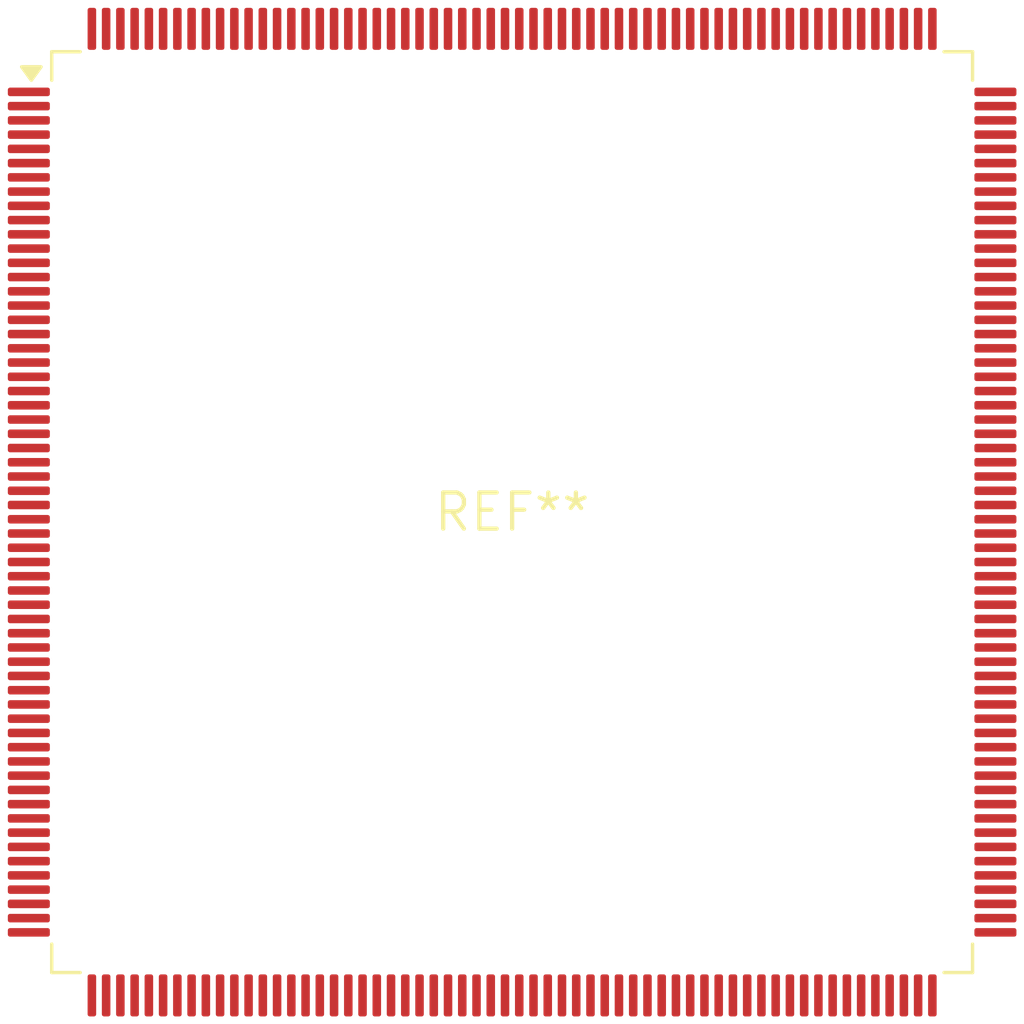
<source format=kicad_pcb>
(kicad_pcb (version 20240108) (generator pcbnew)
  (layers (0 "F.Cu" signal) (31 "B.Cu" signal) (34 "B.Paste" user) (35 "F.Paste" user) (36 "B.SilkS" user "B.Silkscreen") (37 "F.SilkS" user "F.Silkscreen") (38 "B.Mask" user) (39 "F.Mask" user) (44 "Edge.Cuts" user))
  (net 0 "")
  (footprint "PQFP-240_32.1x32.1mm_P0.5mm" (layer "F.Cu") (at 0 0)
    (property "Reference" "REF**")
    (property "Value" "PQFP-240_32.1x32.1mm_P0.5mm")
    (fp_line (start -16.16 -16.16) (end -16.16 -15.16) (layer "F.SilkS") (stroke (width 0.12)))
    (fp_line (start -16.16 16.16) (end -16.16 15.16) (layer "F.SilkS") (stroke (width 0.12)))
    (fp_line (start -15.16 -16.16) (end -16.16 -16.16) (layer "F.SilkS") (stroke (width 0.12)))
    (fp_line (start -15.16 16.16) (end -16.16 16.16) (layer "F.SilkS") (stroke (width 0.12)))
    (fp_line (start 15.16 -16.16) (end 16.16 -16.16) (layer "F.SilkS") (stroke (width 0.12)))
    (fp_line (start 15.16 16.16) (end 16.16 16.16) (layer "F.SilkS") (stroke (width 0.12)))
    (fp_line (start 16.16 -16.16) (end 16.16 -15.16) (layer "F.SilkS") (stroke (width 0.12)))
    (fp_line (start 16.16 16.16) (end 16.16 15.16) (layer "F.SilkS") (stroke (width 0.12)))
    (fp_poly (pts (xy -16.875 -15.16) (xy -17.215 -15.63) (xy -16.535 -15.63) (xy -16.875 -15.16)) (layer "F.SilkS") (stroke (width 0.12)) (fill solid))
    (pad "1" smd roundrect (at -16.9625 -14.75) (size 1.475 0.3) (layers "F.Cu" "F.Paste" "F.Mask"))
    (pad "2" smd roundrect (at -16.9625 -14.25) (size 1.475 0.3) (layers "F.Cu" "F.Paste" "F.Mask"))
    (pad "3" smd roundrect (at -16.9625 -13.75) (size 1.475 0.3) (layers "F.Cu" "F.Paste" "F.Mask"))
    (pad "4" smd roundrect (at -16.9625 -13.25) (size 1.475 0.3) (layers "F.Cu" "F.Paste" "F.Mask"))
    (pad "5" smd roundrect (at -16.9625 -12.75) (size 1.475 0.3) (layers "F.Cu" "F.Paste" "F.Mask"))
    (pad "6" smd roundrect (at -16.9625 -12.25) (size 1.475 0.3) (layers "F.Cu" "F.Paste" "F.Mask"))
    (pad "7" smd roundrect (at -16.9625 -11.75) (size 1.475 0.3) (layers "F.Cu" "F.Paste" "F.Mask"))
    (pad "8" smd roundrect (at -16.9625 -11.25) (size 1.475 0.3) (layers "F.Cu" "F.Paste" "F.Mask"))
    (pad "9" smd roundrect (at -16.9625 -10.75) (size 1.475 0.3) (layers "F.Cu" "F.Paste" "F.Mask"))
    (pad "10" smd roundrect (at -16.9625 -10.25) (size 1.475 0.3) (layers "F.Cu" "F.Paste" "F.Mask"))
    (pad "11" smd roundrect (at -16.9625 -9.75) (size 1.475 0.3) (layers "F.Cu" "F.Paste" "F.Mask"))
    (pad "12" smd roundrect (at -16.9625 -9.25) (size 1.475 0.3) (layers "F.Cu" "F.Paste" "F.Mask"))
    (pad "13" smd roundrect (at -16.9625 -8.75) (size 1.475 0.3) (layers "F.Cu" "F.Paste" "F.Mask"))
    (pad "14" smd roundrect (at -16.9625 -8.25) (size 1.475 0.3) (layers "F.Cu" "F.Paste" "F.Mask"))
    (pad "15" smd roundrect (at -16.9625 -7.75) (size 1.475 0.3) (layers "F.Cu" "F.Paste" "F.Mask"))
    (pad "16" smd roundrect (at -16.9625 -7.25) (size 1.475 0.3) (layers "F.Cu" "F.Paste" "F.Mask"))
    (pad "17" smd roundrect (at -16.9625 -6.75) (size 1.475 0.3) (layers "F.Cu" "F.Paste" "F.Mask"))
    (pad "18" smd roundrect (at -16.9625 -6.25) (size 1.475 0.3) (layers "F.Cu" "F.Paste" "F.Mask"))
    (pad "19" smd roundrect (at -16.9625 -5.75) (size 1.475 0.3) (layers "F.Cu" "F.Paste" "F.Mask"))
    (pad "20" smd roundrect (at -16.9625 -5.25) (size 1.475 0.3) (layers "F.Cu" "F.Paste" "F.Mask"))
    (pad "21" smd roundrect (at -16.9625 -4.75) (size 1.475 0.3) (layers "F.Cu" "F.Paste" "F.Mask"))
    (pad "22" smd roundrect (at -16.9625 -4.25) (size 1.475 0.3) (layers "F.Cu" "F.Paste" "F.Mask"))
    (pad "23" smd roundrect (at -16.9625 -3.75) (size 1.475 0.3) (layers "F.Cu" "F.Paste" "F.Mask"))
    (pad "24" smd roundrect (at -16.9625 -3.25) (size 1.475 0.3) (layers "F.Cu" "F.Paste" "F.Mask"))
    (pad "25" smd roundrect (at -16.9625 -2.75) (size 1.475 0.3) (layers "F.Cu" "F.Paste" "F.Mask"))
    (pad "26" smd roundrect (at -16.9625 -2.25) (size 1.475 0.3) (layers "F.Cu" "F.Paste" "F.Mask"))
    (pad "27" smd roundrect (at -16.9625 -1.75) (size 1.475 0.3) (layers "F.Cu" "F.Paste" "F.Mask"))
    (pad "28" smd roundrect (at -16.9625 -1.25) (size 1.475 0.3) (layers "F.Cu" "F.Paste" "F.Mask"))
    (pad "29" smd roundrect (at -16.9625 -0.75) (size 1.475 0.3) (layers "F.Cu" "F.Paste" "F.Mask"))
    (pad "30" smd roundrect (at -16.9625 -0.25) (size 1.475 0.3) (layers "F.Cu" "F.Paste" "F.Mask"))
    (pad "31" smd roundrect (at -16.9625 0.25) (size 1.475 0.3) (layers "F.Cu" "F.Paste" "F.Mask"))
    (pad "32" smd roundrect (at -16.9625 0.75) (size 1.475 0.3) (layers "F.Cu" "F.Paste" "F.Mask"))
    (pad "33" smd roundrect (at -16.9625 1.25) (size 1.475 0.3) (layers "F.Cu" "F.Paste" "F.Mask"))
    (pad "34" smd roundrect (at -16.9625 1.75) (size 1.475 0.3) (layers "F.Cu" "F.Paste" "F.Mask"))
    (pad "35" smd roundrect (at -16.9625 2.25) (size 1.475 0.3) (layers "F.Cu" "F.Paste" "F.Mask"))
    (pad "36" smd roundrect (at -16.9625 2.75) (size 1.475 0.3) (layers "F.Cu" "F.Paste" "F.Mask"))
    (pad "37" smd roundrect (at -16.9625 3.25) (size 1.475 0.3) (layers "F.Cu" "F.Paste" "F.Mask"))
    (pad "38" smd roundrect (at -16.9625 3.75) (size 1.475 0.3) (layers "F.Cu" "F.Paste" "F.Mask"))
    (pad "39" smd roundrect (at -16.9625 4.25) (size 1.475 0.3) (layers "F.Cu" "F.Paste" "F.Mask"))
    (pad "40" smd roundrect (at -16.9625 4.75) (size 1.475 0.3) (layers "F.Cu" "F.Paste" "F.Mask"))
    (pad "41" smd roundrect (at -16.9625 5.25) (size 1.475 0.3) (layers "F.Cu" "F.Paste" "F.Mask"))
    (pad "42" smd roundrect (at -16.9625 5.75) (size 1.475 0.3) (layers "F.Cu" "F.Paste" "F.Mask"))
    (pad "43" smd roundrect (at -16.9625 6.25) (size 1.475 0.3) (layers "F.Cu" "F.Paste" "F.Mask"))
    (pad "44" smd roundrect (at -16.9625 6.75) (size 1.475 0.3) (layers "F.Cu" "F.Paste" "F.Mask"))
    (pad "45" smd roundrect (at -16.9625 7.25) (size 1.475 0.3) (layers "F.Cu" "F.Paste" "F.Mask"))
    (pad "46" smd roundrect (at -16.9625 7.75) (size 1.475 0.3) (layers "F.Cu" "F.Paste" "F.Mask"))
    (pad "47" smd roundrect (at -16.9625 8.25) (size 1.475 0.3) (layers "F.Cu" "F.Paste" "F.Mask"))
    (pad "48" smd roundrect (at -16.9625 8.75) (size 1.475 0.3) (layers "F.Cu" "F.Paste" "F.Mask"))
    (pad "49" smd roundrect (at -16.9625 9.25) (size 1.475 0.3) (layers "F.Cu" "F.Paste" "F.Mask"))
    (pad "50" smd roundrect (at -16.9625 9.75) (size 1.475 0.3) (layers "F.Cu" "F.Paste" "F.Mask"))
    (pad "51" smd roundrect (at -16.9625 10.25) (size 1.475 0.3) (layers "F.Cu" "F.Paste" "F.Mask"))
    (pad "52" smd roundrect (at -16.9625 10.75) (size 1.475 0.3) (layers "F.Cu" "F.Paste" "F.Mask"))
    (pad "53" smd roundrect (at -16.9625 11.25) (size 1.475 0.3) (layers "F.Cu" "F.Paste" "F.Mask"))
    (pad "54" smd roundrect (at -16.9625 11.75) (size 1.475 0.3) (layers "F.Cu" "F.Paste" "F.Mask"))
    (pad "55" smd roundrect (at -16.9625 12.25) (size 1.475 0.3) (layers "F.Cu" "F.Paste" "F.Mask"))
    (pad "56" smd roundrect (at -16.9625 12.75) (size 1.475 0.3) (layers "F.Cu" "F.Paste" "F.Mask"))
    (pad "57" smd roundrect (at -16.9625 13.25) (size 1.475 0.3) (layers "F.Cu" "F.Paste" "F.Mask"))
    (pad "58" smd roundrect (at -16.9625 13.75) (size 1.475 0.3) (layers "F.Cu" "F.Paste" "F.Mask"))
    (pad "59" smd roundrect (at -16.9625 14.25) (size 1.475 0.3) (layers "F.Cu" "F.Paste" "F.Mask"))
    (pad "60" smd roundrect (at -16.9625 14.75) (size 1.475 0.3) (layers "F.Cu" "F.Paste" "F.Mask"))
    (pad "61" smd roundrect (at -14.75 16.9625) (size 0.3 1.475) (layers "F.Cu" "F.Paste" "F.Mask"))
    (pad "62" smd roundrect (at -14.25 16.9625) (size 0.3 1.475) (layers "F.Cu" "F.Paste" "F.Mask"))
    (pad "63" smd roundrect (at -13.75 16.9625) (size 0.3 1.475) (layers "F.Cu" "F.Paste" "F.Mask"))
    (pad "64" smd roundrect (at -13.25 16.9625) (size 0.3 1.475) (layers "F.Cu" "F.Paste" "F.Mask"))
    (pad "65" smd roundrect (at -12.75 16.9625) (size 0.3 1.475) (layers "F.Cu" "F.Paste" "F.Mask"))
    (pad "66" smd roundrect (at -12.25 16.9625) (size 0.3 1.475) (layers "F.Cu" "F.Paste" "F.Mask"))
    (pad "67" smd roundrect (at -11.75 16.9625) (size 0.3 1.475) (layers "F.Cu" "F.Paste" "F.Mask"))
    (pad "68" smd roundrect (at -11.25 16.9625) (size 0.3 1.475) (layers "F.Cu" "F.Paste" "F.Mask"))
    (pad "69" smd roundrect (at -10.75 16.9625) (size 0.3 1.475) (layers "F.Cu" "F.Paste" "F.Mask"))
    (pad "70" smd roundrect (at -10.25 16.9625) (size 0.3 1.475) (layers "F.Cu" "F.Paste" "F.Mask"))
    (pad "71" smd roundrect (at -9.75 16.9625) (size 0.3 1.475) (layers "F.Cu" "F.Paste" "F.Mask"))
    (pad "72" smd roundrect (at -9.25 16.9625) (size 0.3 1.475) (layers "F.Cu" "F.Paste" "F.Mask"))
    (pad "73" smd roundrect (at -8.75 16.9625) (size 0.3 1.475) (layers "F.Cu" "F.Paste" "F.Mask"))
    (pad "74" smd roundrect (at -8.25 16.9625) (size 0.3 1.475) (layers "F.Cu" "F.Paste" "F.Mask"))
    (pad "75" smd roundrect (at -7.75 16.9625) (size 0.3 1.475) (layers "F.Cu" "F.Paste" "F.Mask"))
    (pad "76" smd roundrect (at -7.25 16.9625) (size 0.3 1.475) (layers "F.Cu" "F.Paste" "F.Mask"))
    (pad "77" smd roundrect (at -6.75 16.9625) (size 0.3 1.475) (layers "F.Cu" "F.Paste" "F.Mask"))
    (pad "78" smd roundrect (at -6.25 16.9625) (size 0.3 1.475) (layers "F.Cu" "F.Paste" "F.Mask"))
    (pad "79" smd roundrect (at -5.75 16.9625) (size 0.3 1.475) (layers "F.Cu" "F.Paste" "F.Mask"))
    (pad "80" smd roundrect (at -5.25 16.9625) (size 0.3 1.475) (layers "F.Cu" "F.Paste" "F.Mask"))
    (pad "81" smd roundrect (at -4.75 16.9625) (size 0.3 1.475) (layers "F.Cu" "F.Paste" "F.Mask"))
    (pad "82" smd roundrect (at -4.25 16.9625) (size 0.3 1.475) (layers "F.Cu" "F.Paste" "F.Mask"))
    (pad "83" smd roundrect (at -3.75 16.9625) (size 0.3 1.475) (layers "F.Cu" "F.Paste" "F.Mask"))
    (pad "84" smd roundrect (at -3.25 16.9625) (size 0.3 1.475) (layers "F.Cu" "F.Paste" "F.Mask"))
    (pad "85" smd roundrect (at -2.75 16.9625) (size 0.3 1.475) (layers "F.Cu" "F.Paste" "F.Mask"))
    (pad "86" smd roundrect (at -2.25 16.9625) (size 0.3 1.475) (layers "F.Cu" "F.Paste" "F.Mask"))
    (pad "87" smd roundrect (at -1.75 16.9625) (size 0.3 1.475) (layers "F.Cu" "F.Paste" "F.Mask"))
    (pad "88" smd roundrect (at -1.25 16.9625) (size 0.3 1.475) (layers "F.Cu" "F.Paste" "F.Mask"))
    (pad "89" smd roundrect (at -0.75 16.9625) (size 0.3 1.475) (layers "F.Cu" "F.Paste" "F.Mask"))
    (pad "90" smd roundrect (at -0.25 16.9625) (size 0.3 1.475) (layers "F.Cu" "F.Paste" "F.Mask"))
    (pad "91" smd roundrect (at 0.25 16.9625) (size 0.3 1.475) (layers "F.Cu" "F.Paste" "F.Mask"))
    (pad "92" smd roundrect (at 0.75 16.9625) (size 0.3 1.475) (layers "F.Cu" "F.Paste" "F.Mask"))
    (pad "93" smd roundrect (at 1.25 16.9625) (size 0.3 1.475) (layers "F.Cu" "F.Paste" "F.Mask"))
    (pad "94" smd roundrect (at 1.75 16.9625) (size 0.3 1.475) (layers "F.Cu" "F.Paste" "F.Mask"))
    (pad "95" smd roundrect (at 2.25 16.9625) (size 0.3 1.475) (layers "F.Cu" "F.Paste" "F.Mask"))
    (pad "96" smd roundrect (at 2.75 16.9625) (size 0.3 1.475) (layers "F.Cu" "F.Paste" "F.Mask"))
    (pad "97" smd roundrect (at 3.25 16.9625) (size 0.3 1.475) (layers "F.Cu" "F.Paste" "F.Mask"))
    (pad "98" smd roundrect (at 3.75 16.9625) (size 0.3 1.475) (layers "F.Cu" "F.Paste" "F.Mask"))
    (pad "99" smd roundrect (at 4.25 16.9625) (size 0.3 1.475) (layers "F.Cu" "F.Paste" "F.Mask"))
    (pad "100" smd roundrect (at 4.75 16.9625) (size 0.3 1.475) (layers "F.Cu" "F.Paste" "F.Mask"))
    (pad "101" smd roundrect (at 5.25 16.9625) (size 0.3 1.475) (layers "F.Cu" "F.Paste" "F.Mask"))
    (pad "102" smd roundrect (at 5.75 16.9625) (size 0.3 1.475) (layers "F.Cu" "F.Paste" "F.Mask"))
    (pad "103" smd roundrect (at 6.25 16.9625) (size 0.3 1.475) (layers "F.Cu" "F.Paste" "F.Mask"))
    (pad "104" smd roundrect (at 6.75 16.9625) (size 0.3 1.475) (layers "F.Cu" "F.Paste" "F.Mask"))
    (pad "105" smd roundrect (at 7.25 16.9625) (size 0.3 1.475) (layers "F.Cu" "F.Paste" "F.Mask"))
    (pad "106" smd roundrect (at 7.75 16.9625) (size 0.3 1.475) (layers "F.Cu" "F.Paste" "F.Mask"))
    (pad "107" smd roundrect (at 8.25 16.9625) (size 0.3 1.475) (layers "F.Cu" "F.Paste" "F.Mask"))
    (pad "108" smd roundrect (at 8.75 16.9625) (size 0.3 1.475) (layers "F.Cu" "F.Paste" "F.Mask"))
    (pad "109" smd roundrect (at 9.25 16.9625) (size 0.3 1.475) (layers "F.Cu" "F.Paste" "F.Mask"))
    (pad "110" smd roundrect (at 9.75 16.9625) (size 0.3 1.475) (layers "F.Cu" "F.Paste" "F.Mask"))
    (pad "111" smd roundrect (at 10.25 16.9625) (size 0.3 1.475) (layers "F.Cu" "F.Paste" "F.Mask"))
    (pad "112" smd roundrect (at 10.75 16.9625) (size 0.3 1.475) (layers "F.Cu" "F.Paste" "F.Mask"))
    (pad "113" smd roundrect (at 11.25 16.9625) (size 0.3 1.475) (layers "F.Cu" "F.Paste" "F.Mask"))
    (pad "114" smd roundrect (at 11.75 16.9625) (size 0.3 1.475) (layers "F.Cu" "F.Paste" "F.Mask"))
    (pad "115" smd roundrect (at 12.25 16.9625) (size 0.3 1.475) (layers "F.Cu" "F.Paste" "F.Mask"))
    (pad "116" smd roundrect (at 12.75 16.9625) (size 0.3 1.475) (layers "F.Cu" "F.Paste" "F.Mask"))
    (pad "117" smd roundrect (at 13.25 16.9625) (size 0.3 1.475) (layers "F.Cu" "F.Paste" "F.Mask"))
    (pad "118" smd roundrect (at 13.75 16.9625) (size 0.3 1.475) (layers "F.Cu" "F.Paste" "F.Mask"))
    (pad "119" smd roundrect (at 14.25 16.9625) (size 0.3 1.475) (layers "F.Cu" "F.Paste" "F.Mask"))
    (pad "120" smd roundrect (at 14.75 16.9625) (size 0.3 1.475) (layers "F.Cu" "F.Paste" "F.Mask"))
    (pad "121" smd roundrect (at 16.9625 14.75) (size 1.475 0.3) (layers "F.Cu" "F.Paste" "F.Mask"))
    (pad "122" smd roundrect (at 16.9625 14.25) (size 1.475 0.3) (layers "F.Cu" "F.Paste" "F.Mask"))
    (pad "123" smd roundrect (at 16.9625 13.75) (size 1.475 0.3) (layers "F.Cu" "F.Paste" "F.Mask"))
    (pad "124" smd roundrect (at 16.9625 13.25) (size 1.475 0.3) (layers "F.Cu" "F.Paste" "F.Mask"))
    (pad "125" smd roundrect (at 16.9625 12.75) (size 1.475 0.3) (layers "F.Cu" "F.Paste" "F.Mask"))
    (pad "126" smd roundrect (at 16.9625 12.25) (size 1.475 0.3) (layers "F.Cu" "F.Paste" "F.Mask"))
    (pad "127" smd roundrect (at 16.9625 11.75) (size 1.475 0.3) (layers "F.Cu" "F.Paste" "F.Mask"))
    (pad "128" smd roundrect (at 16.9625 11.25) (size 1.475 0.3) (layers "F.Cu" "F.Paste" "F.Mask"))
    (pad "129" smd roundrect (at 16.9625 10.75) (size 1.475 0.3) (layers "F.Cu" "F.Paste" "F.Mask"))
    (pad "130" smd roundrect (at 16.9625 10.25) (size 1.475 0.3) (layers "F.Cu" "F.Paste" "F.Mask"))
    (pad "131" smd roundrect (at 16.9625 9.75) (size 1.475 0.3) (layers "F.Cu" "F.Paste" "F.Mask"))
    (pad "132" smd roundrect (at 16.9625 9.25) (size 1.475 0.3) (layers "F.Cu" "F.Paste" "F.Mask"))
    (pad "133" smd roundrect (at 16.9625 8.75) (size 1.475 0.3) (layers "F.Cu" "F.Paste" "F.Mask"))
    (pad "134" smd roundrect (at 16.9625 8.25) (size 1.475 0.3) (layers "F.Cu" "F.Paste" "F.Mask"))
    (pad "135" smd roundrect (at 16.9625 7.75) (size 1.475 0.3) (layers "F.Cu" "F.Paste" "F.Mask"))
    (pad "136" smd roundrect (at 16.9625 7.25) (size 1.475 0.3) (layers "F.Cu" "F.Paste" "F.Mask"))
    (pad "137" smd roundrect (at 16.9625 6.75) (size 1.475 0.3) (layers "F.Cu" "F.Paste" "F.Mask"))
    (pad "138" smd roundrect (at 16.9625 6.25) (size 1.475 0.3) (layers "F.Cu" "F.Paste" "F.Mask"))
    (pad "139" smd roundrect (at 16.9625 5.75) (size 1.475 0.3) (layers "F.Cu" "F.Paste" "F.Mask"))
    (pad "140" smd roundrect (at 16.9625 5.25) (size 1.475 0.3) (layers "F.Cu" "F.Paste" "F.Mask"))
    (pad "141" smd roundrect (at 16.9625 4.75) (size 1.475 0.3) (layers "F.Cu" "F.Paste" "F.Mask"))
    (pad "142" smd roundrect (at 16.9625 4.25) (size 1.475 0.3) (layers "F.Cu" "F.Paste" "F.Mask"))
    (pad "143" smd roundrect (at 16.9625 3.75) (size 1.475 0.3) (layers "F.Cu" "F.Paste" "F.Mask"))
    (pad "144" smd roundrect (at 16.9625 3.25) (size 1.475 0.3) (layers "F.Cu" "F.Paste" "F.Mask"))
    (pad "145" smd roundrect (at 16.9625 2.75) (size 1.475 0.3) (layers "F.Cu" "F.Paste" "F.Mask"))
    (pad "146" smd roundrect (at 16.9625 2.25) (size 1.475 0.3) (layers "F.Cu" "F.Paste" "F.Mask"))
    (pad "147" smd roundrect (at 16.9625 1.75) (size 1.475 0.3) (layers "F.Cu" "F.Paste" "F.Mask"))
    (pad "148" smd roundrect (at 16.9625 1.25) (size 1.475 0.3) (layers "F.Cu" "F.Paste" "F.Mask"))
    (pad "149" smd roundrect (at 16.9625 0.75) (size 1.475 0.3) (layers "F.Cu" "F.Paste" "F.Mask"))
    (pad "150" smd roundrect (at 16.9625 0.25) (size 1.475 0.3) (layers "F.Cu" "F.Paste" "F.Mask"))
    (pad "151" smd roundrect (at 16.9625 -0.25) (size 1.475 0.3) (layers "F.Cu" "F.Paste" "F.Mask"))
    (pad "152" smd roundrect (at 16.9625 -0.75) (size 1.475 0.3) (layers "F.Cu" "F.Paste" "F.Mask"))
    (pad "153" smd roundrect (at 16.9625 -1.25) (size 1.475 0.3) (layers "F.Cu" "F.Paste" "F.Mask"))
    (pad "154" smd roundrect (at 16.9625 -1.75) (size 1.475 0.3) (layers "F.Cu" "F.Paste" "F.Mask"))
    (pad "155" smd roundrect (at 16.9625 -2.25) (size 1.475 0.3) (layers "F.Cu" "F.Paste" "F.Mask"))
    (pad "156" smd roundrect (at 16.9625 -2.75) (size 1.475 0.3) (layers "F.Cu" "F.Paste" "F.Mask"))
    (pad "157" smd roundrect (at 16.9625 -3.25) (size 1.475 0.3) (layers "F.Cu" "F.Paste" "F.Mask"))
    (pad "158" smd roundrect (at 16.9625 -3.75) (size 1.475 0.3) (layers "F.Cu" "F.Paste" "F.Mask"))
    (pad "159" smd roundrect (at 16.9625 -4.25) (size 1.475 0.3) (layers "F.Cu" "F.Paste" "F.Mask"))
    (pad "160" smd roundrect (at 16.9625 -4.75) (size 1.475 0.3) (layers "F.Cu" "F.Paste" "F.Mask"))
    (pad "161" smd roundrect (at 16.9625 -5.25) (size 1.475 0.3) (layers "F.Cu" "F.Paste" "F.Mask"))
    (pad "162" smd roundrect (at 16.9625 -5.75) (size 1.475 0.3) (layers "F.Cu" "F.Paste" "F.Mask"))
    (pad "163" smd roundrect (at 16.9625 -6.25) (size 1.475 0.3) (layers "F.Cu" "F.Paste" "F.Mask"))
    (pad "164" smd roundrect (at 16.9625 -6.75) (size 1.475 0.3) (layers "F.Cu" "F.Paste" "F.Mask"))
    (pad "165" smd roundrect (at 16.9625 -7.25) (size 1.475 0.3) (layers "F.Cu" "F.Paste" "F.Mask"))
    (pad "166" smd roundrect (at 16.9625 -7.75) (size 1.475 0.3) (layers "F.Cu" "F.Paste" "F.Mask"))
    (pad "167" smd roundrect (at 16.9625 -8.25) (size 1.475 0.3) (layers "F.Cu" "F.Paste" "F.Mask"))
    (pad "168" smd roundrect (at 16.9625 -8.75) (size 1.475 0.3) (layers "F.Cu" "F.Paste" "F.Mask"))
    (pad "169" smd roundrect (at 16.9625 -9.25) (size 1.475 0.3) (layers "F.Cu" "F.Paste" "F.Mask"))
    (pad "170" smd roundrect (at 16.9625 -9.75) (size 1.475 0.3) (layers "F.Cu" "F.Paste" "F.Mask"))
    (pad "171" smd roundrect (at 16.9625 -10.25) (size 1.475 0.3) (layers "F.Cu" "F.Paste" "F.Mask"))
    (pad "172" smd roundrect (at 16.9625 -10.75) (size 1.475 0.3) (layers "F.Cu" "F.Paste" "F.Mask"))
    (pad "173" smd roundrect (at 16.9625 -11.25) (size 1.475 0.3) (layers "F.Cu" "F.Paste" "F.Mask"))
    (pad "174" smd roundrect (at 16.9625 -11.75) (size 1.475 0.3) (layers "F.Cu" "F.Paste" "F.Mask"))
    (pad "175" smd roundrect (at 16.9625 -12.25) (size 1.475 0.3) (layers "F.Cu" "F.Paste" "F.Mask"))
    (pad "176" smd roundrect (at 16.9625 -12.75) (size 1.475 0.3) (layers "F.Cu" "F.Paste" "F.Mask"))
    (pad "177" smd roundrect (at 16.9625 -13.25) (size 1.475 0.3) (layers "F.Cu" "F.Paste" "F.Mask"))
    (pad "178" smd roundrect (at 16.9625 -13.75) (size 1.475 0.3) (layers "F.Cu" "F.Paste" "F.Mask"))
    (pad "179" smd roundrect (at 16.9625 -14.25) (size 1.475 0.3) (layers "F.Cu" "F.Paste" "F.Mask"))
    (pad "180" smd roundrect (at 16.9625 -14.75) (size 1.475 0.3) (layers "F.Cu" "F.Paste" "F.Mask"))
    (pad "181" smd roundrect (at 14.75 -16.9625) (size 0.3 1.475) (layers "F.Cu" "F.Paste" "F.Mask"))
    (pad "182" smd roundrect (at 14.25 -16.9625) (size 0.3 1.475) (layers "F.Cu" "F.Paste" "F.Mask"))
    (pad "183" smd roundrect (at 13.75 -16.9625) (size 0.3 1.475) (layers "F.Cu" "F.Paste" "F.Mask"))
    (pad "184" smd roundrect (at 13.25 -16.9625) (size 0.3 1.475) (layers "F.Cu" "F.Paste" "F.Mask"))
    (pad "185" smd roundrect (at 12.75 -16.9625) (size 0.3 1.475) (layers "F.Cu" "F.Paste" "F.Mask"))
    (pad "186" smd roundrect (at 12.25 -16.9625) (size 0.3 1.475) (layers "F.Cu" "F.Paste" "F.Mask"))
    (pad "187" smd roundrect (at 11.75 -16.9625) (size 0.3 1.475) (layers "F.Cu" "F.Paste" "F.Mask"))
    (pad "188" smd roundrect (at 11.25 -16.9625) (size 0.3 1.475) (layers "F.Cu" "F.Paste" "F.Mask"))
    (pad "189" smd roundrect (at 10.75 -16.9625) (size 0.3 1.475) (layers "F.Cu" "F.Paste" "F.Mask"))
    (pad "190" smd roundrect (at 10.25 -16.9625) (size 0.3 1.475) (layers "F.Cu" "F.Paste" "F.Mask"))
    (pad "191" smd roundrect (at 9.75 -16.9625) (size 0.3 1.475) (layers "F.Cu" "F.Paste" "F.Mask"))
    (pad "192" smd roundrect (at 9.25 -16.9625) (size 0.3 1.475) (layers "F.Cu" "F.Paste" "F.Mask"))
    (pad "193" smd roundrect (at 8.75 -16.9625) (size 0.3 1.475) (layers "F.Cu" "F.Paste" "F.Mask"))
    (pad "194" smd roundrect (at 8.25 -16.9625) (size 0.3 1.475) (layers "F.Cu" "F.Paste" "F.Mask"))
    (pad "195" smd roundrect (at 7.75 -16.9625) (size 0.3 1.475) (layers "F.Cu" "F.Paste" "F.Mask"))
    (pad "196" smd roundrect (at 7.25 -16.9625) (size 0.3 1.475) (layers "F.Cu" "F.Paste" "F.Mask"))
    (pad "197" smd roundrect (at 6.75 -16.9625) (size 0.3 1.475) (layers "F.Cu" "F.Paste" "F.Mask"))
    (pad "198" smd roundrect (at 6.25 -16.9625) (size 0.3 1.475) (layers "F.Cu" "F.Paste" "F.Mask"))
    (pad "199" smd roundrect (at 5.75 -16.9625) (size 0.3 1.475) (layers "F.Cu" "F.Paste" "F.Mask"))
    (pad "200" smd roundrect (at 5.25 -16.9625) (size 0.3 1.475) (layers "F.Cu" "F.Paste" "F.Mask"))
    (pad "201" smd roundrect (at 4.75 -16.9625) (size 0.3 1.475) (layers "F.Cu" "F.Paste" "F.Mask"))
    (pad "202" smd roundrect (at 4.25 -16.9625) (size 0.3 1.475) (layers "F.Cu" "F.Paste" "F.Mask"))
    (pad "203" smd roundrect (at 3.75 -16.9625) (size 0.3 1.475) (layers "F.Cu" "F.Paste" "F.Mask"))
    (pad "204" smd roundrect (at 3.25 -16.9625) (size 0.3 1.475) (layers "F.Cu" "F.Paste" "F.Mask"))
    (pad "205" smd roundrect (at 2.75 -16.9625) (size 0.3 1.475) (layers "F.Cu" "F.Paste" "F.Mask"))
    (pad "206" smd roundrect (at 2.25 -16.9625) (size 0.3 1.475) (layers "F.Cu" "F.Paste" "F.Mask"))
    (pad "207" smd roundrect (at 1.75 -16.9625) (size 0.3 1.475) (layers "F.Cu" "F.Paste" "F.Mask"))
    (pad "208" smd roundrect (at 1.25 -16.9625) (size 0.3 1.475) (layers "F.Cu" "F.Paste" "F.Mask"))
    (pad "209" smd roundrect (at 0.75 -16.9625) (size 0.3 1.475) (layers "F.Cu" "F.Paste" "F.Mask"))
    (pad "210" smd roundrect (at 0.25 -16.9625) (size 0.3 1.475) (layers "F.Cu" "F.Paste" "F.Mask"))
    (pad "211" smd roundrect (at -0.25 -16.9625) (size 0.3 1.475) (layers "F.Cu" "F.Paste" "F.Mask"))
    (pad "212" smd roundrect (at -0.75 -16.9625) (size 0.3 1.475) (layers "F.Cu" "F.Paste" "F.Mask"))
    (pad "213" smd roundrect (at -1.25 -16.9625) (size 0.3 1.475) (layers "F.Cu" "F.Paste" "F.Mask"))
    (pad "214" smd roundrect (at -1.75 -16.9625) (size 0.3 1.475) (layers "F.Cu" "F.Paste" "F.Mask"))
    (pad "215" smd roundrect (at -2.25 -16.9625) (size 0.3 1.475) (layers "F.Cu" "F.Paste" "F.Mask"))
    (pad "216" smd roundrect (at -2.75 -16.9625) (size 0.3 1.475) (layers "F.Cu" "F.Paste" "F.Mask"))
    (pad "217" smd roundrect (at -3.25 -16.9625) (size 0.3 1.475) (layers "F.Cu" "F.Paste" "F.Mask"))
    (pad "218" smd roundrect (at -3.75 -16.9625) (size 0.3 1.475) (layers "F.Cu" "F.Paste" "F.Mask"))
    (pad "219" smd roundrect (at -4.25 -16.9625) (size 0.3 1.475) (layers "F.Cu" "F.Paste" "F.Mask"))
    (pad "220" smd roundrect (at -4.75 -16.9625) (size 0.3 1.475) (layers "F.Cu" "F.Paste" "F.Mask"))
    (pad "221" smd roundrect (at -5.25 -16.9625) (size 0.3 1.475) (layers "F.Cu" "F.Paste" "F.Mask"))
    (pad "222" smd roundrect (at -5.75 -16.9625) (size 0.3 1.475) (layers "F.Cu" "F.Paste" "F.Mask"))
    (pad "223" smd roundrect (at -6.25 -16.9625) (size 0.3 1.475) (layers "F.Cu" "F.Paste" "F.Mask"))
    (pad "224" smd roundrect (at -6.75 -16.9625) (size 0.3 1.475) (layers "F.Cu" "F.Paste" "F.Mask"))
    (pad "225" smd roundrect (at -7.25 -16.9625) (size 0.3 1.475) (layers "F.Cu" "F.Paste" "F.Mask"))
    (pad "226" smd roundrect (at -7.75 -16.9625) (size 0.3 1.475) (layers "F.Cu" "F.Paste" "F.Mask"))
    (pad "227" smd roundrect (at -8.25 -16.9625) (size 0.3 1.475) (layers "F.Cu" "F.Paste" "F.Mask"))
    (pad "228" smd roundrect (at -8.75 -16.9625) (size 0.3 1.475) (layers "F.Cu" "F.Paste" "F.Mask"))
    (pad "229" smd roundrect (at -9.25 -16.9625) (size 0.3 1.475) (layers "F.Cu" "F.Paste" "F.Mask"))
    (pad "230" smd roundrect (at -9.75 -16.9625) (size 0.3 1.475) (layers "F.Cu" "F.Paste" "F.Mask"))
    (pad "231" smd roundrect (at -10.25 -16.9625) (size 0.3 1.475) (layers "F.Cu" "F.Paste" "F.Mask"))
    (pad "232" smd roundrect (at -10.75 -16.9625) (size 0.3 1.475) (layers "F.Cu" "F.Paste" "F.Mask"))
    (pad "233" smd roundrect (at -11.25 -16.9625) (size 0.3 1.475) (layers "F.Cu" "F.Paste" "F.Mask"))
    (pad "234" smd roundrect (at -11.75 -16.9625) (size 0.3 1.475) (layers "F.Cu" "F.Paste" "F.Mask"))
    (pad "235" smd roundrect (at -12.25 -16.9625) (size 0.3 1.475) (layers "F.Cu" "F.Paste" "F.Mask"))
    (pad "236" smd roundrect (at -12.75 -16.9625) (size 0.3 1.475) (layers "F.Cu" "F.Paste" "F.Mask"))
    (pad "237" smd roundrect (at -13.25 -16.9625) (size 0.3 1.475) (layers "F.Cu" "F.Paste" "F.Mask"))
    (pad "238" smd roundrect (at -13.75 -16.9625) (size 0.3 1.475) (layers "F.Cu" "F.Paste" "F.Mask"))
    (pad "239" smd roundrect (at -14.25 -16.9625) (size 0.3 1.475) (layers "F.Cu" "F.Paste" "F.Mask"))
    (pad "240" smd roundrect (at -14.75 -16.9625) (size 0.3 1.475) (layers "F.Cu" "F.Paste" "F.Mask"))
  )
)
</source>
